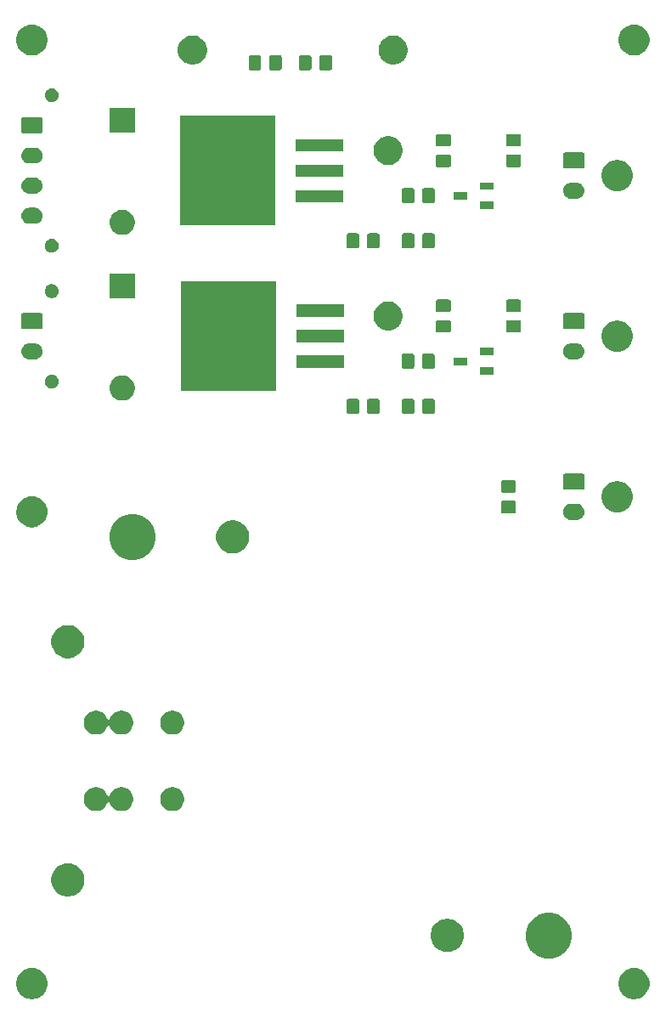
<source format=gbr>
G04 #@! TF.GenerationSoftware,KiCad,Pcbnew,5.1.5-52549c5~84~ubuntu18.04.1*
G04 #@! TF.CreationDate,2020-01-31T16:34:12-06:00*
G04 #@! TF.ProjectId,ContactorDriver,436f6e74-6163-4746-9f72-447269766572,rev?*
G04 #@! TF.SameCoordinates,Original*
G04 #@! TF.FileFunction,Soldermask,Top*
G04 #@! TF.FilePolarity,Negative*
%FSLAX46Y46*%
G04 Gerber Fmt 4.6, Leading zero omitted, Abs format (unit mm)*
G04 Created by KiCad (PCBNEW 5.1.5-52549c5~84~ubuntu18.04.1) date 2020-01-31 16:34:12*
%MOMM*%
%LPD*%
G04 APERTURE LIST*
%ADD10C,0.100000*%
G04 APERTURE END LIST*
D10*
G36*
X227302585Y-163478802D02*
G01*
X227452410Y-163508604D01*
X227734674Y-163625521D01*
X227988705Y-163795259D01*
X228204741Y-164011295D01*
X228374479Y-164265326D01*
X228491396Y-164547590D01*
X228551000Y-164847240D01*
X228551000Y-165152760D01*
X228491396Y-165452410D01*
X228374479Y-165734674D01*
X228204741Y-165988705D01*
X227988705Y-166204741D01*
X227734674Y-166374479D01*
X227452410Y-166491396D01*
X227302585Y-166521198D01*
X227152761Y-166551000D01*
X226847239Y-166551000D01*
X226697415Y-166521198D01*
X226547590Y-166491396D01*
X226265326Y-166374479D01*
X226011295Y-166204741D01*
X225795259Y-165988705D01*
X225625521Y-165734674D01*
X225508604Y-165452410D01*
X225449000Y-165152760D01*
X225449000Y-164847240D01*
X225508604Y-164547590D01*
X225625521Y-164265326D01*
X225795259Y-164011295D01*
X226011295Y-163795259D01*
X226265326Y-163625521D01*
X226547590Y-163508604D01*
X226697415Y-163478802D01*
X226847239Y-163449000D01*
X227152761Y-163449000D01*
X227302585Y-163478802D01*
G37*
G36*
X167302585Y-163478802D02*
G01*
X167452410Y-163508604D01*
X167734674Y-163625521D01*
X167988705Y-163795259D01*
X168204741Y-164011295D01*
X168374479Y-164265326D01*
X168491396Y-164547590D01*
X168551000Y-164847240D01*
X168551000Y-165152760D01*
X168491396Y-165452410D01*
X168374479Y-165734674D01*
X168204741Y-165988705D01*
X167988705Y-166204741D01*
X167734674Y-166374479D01*
X167452410Y-166491396D01*
X167302585Y-166521198D01*
X167152761Y-166551000D01*
X166847239Y-166551000D01*
X166697415Y-166521198D01*
X166547590Y-166491396D01*
X166265326Y-166374479D01*
X166011295Y-166204741D01*
X165795259Y-165988705D01*
X165625521Y-165734674D01*
X165508604Y-165452410D01*
X165449000Y-165152760D01*
X165449000Y-164847240D01*
X165508604Y-164547590D01*
X165625521Y-164265326D01*
X165795259Y-164011295D01*
X166011295Y-163795259D01*
X166265326Y-163625521D01*
X166547590Y-163508604D01*
X166697415Y-163478802D01*
X166847239Y-163449000D01*
X167152761Y-163449000D01*
X167302585Y-163478802D01*
G37*
G36*
X219171304Y-158037002D02*
G01*
X219590139Y-158210489D01*
X219590141Y-158210490D01*
X219779891Y-158337277D01*
X219967082Y-158462354D01*
X220287646Y-158782918D01*
X220412723Y-158970109D01*
X220531285Y-159147549D01*
X220539511Y-159159861D01*
X220712998Y-159578696D01*
X220801440Y-160023327D01*
X220801440Y-160476673D01*
X220712998Y-160921304D01*
X220539511Y-161340139D01*
X220323718Y-161663097D01*
X220287645Y-161717083D01*
X219967083Y-162037645D01*
X219590141Y-162289510D01*
X219590140Y-162289511D01*
X219590139Y-162289511D01*
X219171304Y-162462998D01*
X218726673Y-162551440D01*
X218273327Y-162551440D01*
X217828696Y-162462998D01*
X217409861Y-162289511D01*
X217409860Y-162289511D01*
X217409859Y-162289510D01*
X217032917Y-162037645D01*
X216712355Y-161717083D01*
X216676283Y-161663097D01*
X216460489Y-161340139D01*
X216287002Y-160921304D01*
X216198560Y-160476673D01*
X216198560Y-160023327D01*
X216287002Y-159578696D01*
X216460489Y-159159861D01*
X216468716Y-159147549D01*
X216587277Y-158970109D01*
X216712354Y-158782918D01*
X217032918Y-158462354D01*
X217220109Y-158337277D01*
X217409859Y-158210490D01*
X217409861Y-158210489D01*
X217828696Y-158037002D01*
X218273327Y-157948560D01*
X218726673Y-157948560D01*
X219171304Y-158037002D01*
G37*
G36*
X208775256Y-158591298D02*
G01*
X208881579Y-158612447D01*
X209182042Y-158736903D01*
X209452451Y-158917585D01*
X209682415Y-159147549D01*
X209863097Y-159417958D01*
X209929677Y-159578695D01*
X209987553Y-159718422D01*
X210051000Y-160037389D01*
X210051000Y-160362611D01*
X210028311Y-160476673D01*
X209987553Y-160681579D01*
X209863097Y-160982042D01*
X209682415Y-161252451D01*
X209452451Y-161482415D01*
X209182042Y-161663097D01*
X208881579Y-161787553D01*
X208775256Y-161808702D01*
X208562611Y-161851000D01*
X208237389Y-161851000D01*
X208024744Y-161808702D01*
X207918421Y-161787553D01*
X207617958Y-161663097D01*
X207347549Y-161482415D01*
X207117585Y-161252451D01*
X206936903Y-160982042D01*
X206812447Y-160681579D01*
X206771689Y-160476673D01*
X206749000Y-160362611D01*
X206749000Y-160037389D01*
X206812447Y-159718422D01*
X206870324Y-159578695D01*
X206936903Y-159417958D01*
X207117585Y-159147549D01*
X207347549Y-158917585D01*
X207617958Y-158736903D01*
X207918421Y-158612447D01*
X208024744Y-158591298D01*
X208237389Y-158549000D01*
X208562611Y-158549000D01*
X208775256Y-158591298D01*
G37*
G36*
X170955256Y-153071298D02*
G01*
X171061579Y-153092447D01*
X171362042Y-153216903D01*
X171632451Y-153397585D01*
X171862415Y-153627549D01*
X172043097Y-153897958D01*
X172167553Y-154198421D01*
X172231000Y-154517391D01*
X172231000Y-154842609D01*
X172167553Y-155161579D01*
X172043097Y-155462042D01*
X171862415Y-155732451D01*
X171632451Y-155962415D01*
X171362042Y-156143097D01*
X171061579Y-156267553D01*
X170955256Y-156288702D01*
X170742611Y-156331000D01*
X170417389Y-156331000D01*
X170204744Y-156288702D01*
X170098421Y-156267553D01*
X169797958Y-156143097D01*
X169527549Y-155962415D01*
X169297585Y-155732451D01*
X169116903Y-155462042D01*
X168992447Y-155161579D01*
X168929000Y-154842609D01*
X168929000Y-154517391D01*
X168992447Y-154198421D01*
X169116903Y-153897958D01*
X169297585Y-153627549D01*
X169527549Y-153397585D01*
X169797958Y-153216903D01*
X170098421Y-153092447D01*
X170204744Y-153071298D01*
X170417389Y-153029000D01*
X170742611Y-153029000D01*
X170955256Y-153071298D01*
G37*
G36*
X173728276Y-145471884D02*
G01*
X173945569Y-145561890D01*
X173945571Y-145561891D01*
X174141130Y-145692560D01*
X174307440Y-145858870D01*
X174438110Y-146054431D01*
X174529513Y-146275097D01*
X174534516Y-146291589D01*
X174546067Y-146313199D01*
X174561613Y-146332141D01*
X174580555Y-146347686D01*
X174602165Y-146359237D01*
X174625614Y-146366350D01*
X174650000Y-146368752D01*
X174674387Y-146366350D01*
X174697836Y-146359237D01*
X174719446Y-146347686D01*
X174738388Y-146332140D01*
X174753933Y-146313198D01*
X174765484Y-146291588D01*
X174770486Y-146275098D01*
X174861890Y-146054431D01*
X174992560Y-145858870D01*
X175158870Y-145692560D01*
X175354429Y-145561891D01*
X175354431Y-145561890D01*
X175571724Y-145471884D01*
X175802400Y-145426000D01*
X176037600Y-145426000D01*
X176268276Y-145471884D01*
X176485569Y-145561890D01*
X176485571Y-145561891D01*
X176681130Y-145692560D01*
X176847440Y-145858870D01*
X176978110Y-146054431D01*
X177068116Y-146271724D01*
X177114000Y-146502400D01*
X177114000Y-146737600D01*
X177068116Y-146968276D01*
X176978110Y-147185569D01*
X176978109Y-147185571D01*
X176847440Y-147381130D01*
X176681130Y-147547440D01*
X176485571Y-147678109D01*
X176485570Y-147678110D01*
X176485569Y-147678110D01*
X176268276Y-147768116D01*
X176037600Y-147814000D01*
X175802400Y-147814000D01*
X175571724Y-147768116D01*
X175354431Y-147678110D01*
X175354430Y-147678110D01*
X175354429Y-147678109D01*
X175158870Y-147547440D01*
X174992560Y-147381130D01*
X174861891Y-147185571D01*
X174771885Y-146968277D01*
X174770487Y-146964903D01*
X174765484Y-146948411D01*
X174753933Y-146926801D01*
X174738387Y-146907859D01*
X174719445Y-146892314D01*
X174697835Y-146880763D01*
X174674386Y-146873650D01*
X174650000Y-146871248D01*
X174625613Y-146873650D01*
X174602164Y-146880763D01*
X174580554Y-146892314D01*
X174561612Y-146907860D01*
X174546067Y-146926802D01*
X174534516Y-146948412D01*
X174529514Y-146964902D01*
X174438110Y-147185569D01*
X174438109Y-147185571D01*
X174307440Y-147381130D01*
X174141130Y-147547440D01*
X173945571Y-147678109D01*
X173945570Y-147678110D01*
X173945569Y-147678110D01*
X173728276Y-147768116D01*
X173497600Y-147814000D01*
X173262400Y-147814000D01*
X173031724Y-147768116D01*
X172814431Y-147678110D01*
X172814430Y-147678110D01*
X172814429Y-147678109D01*
X172618870Y-147547440D01*
X172452560Y-147381130D01*
X172321891Y-147185571D01*
X172321890Y-147185569D01*
X172231884Y-146968276D01*
X172186000Y-146737600D01*
X172186000Y-146502400D01*
X172231884Y-146271724D01*
X172321890Y-146054431D01*
X172452560Y-145858870D01*
X172618870Y-145692560D01*
X172814429Y-145561891D01*
X172814431Y-145561890D01*
X173031724Y-145471884D01*
X173262400Y-145426000D01*
X173497600Y-145426000D01*
X173728276Y-145471884D01*
G37*
G36*
X181348276Y-145471884D02*
G01*
X181565569Y-145561890D01*
X181565571Y-145561891D01*
X181761130Y-145692560D01*
X181927440Y-145858870D01*
X182058110Y-146054431D01*
X182148116Y-146271724D01*
X182194000Y-146502400D01*
X182194000Y-146737600D01*
X182148116Y-146968276D01*
X182058110Y-147185569D01*
X182058109Y-147185571D01*
X181927440Y-147381130D01*
X181761130Y-147547440D01*
X181565571Y-147678109D01*
X181565570Y-147678110D01*
X181565569Y-147678110D01*
X181348276Y-147768116D01*
X181117600Y-147814000D01*
X180882400Y-147814000D01*
X180651724Y-147768116D01*
X180434431Y-147678110D01*
X180434430Y-147678110D01*
X180434429Y-147678109D01*
X180238870Y-147547440D01*
X180072560Y-147381130D01*
X179941891Y-147185571D01*
X179941890Y-147185569D01*
X179851884Y-146968276D01*
X179806000Y-146737600D01*
X179806000Y-146502400D01*
X179851884Y-146271724D01*
X179941890Y-146054431D01*
X180072560Y-145858870D01*
X180238870Y-145692560D01*
X180434429Y-145561891D01*
X180434431Y-145561890D01*
X180651724Y-145471884D01*
X180882400Y-145426000D01*
X181117600Y-145426000D01*
X181348276Y-145471884D01*
G37*
G36*
X181348276Y-137851884D02*
G01*
X181565569Y-137941890D01*
X181565571Y-137941891D01*
X181761130Y-138072560D01*
X181927440Y-138238870D01*
X182058110Y-138434431D01*
X182148116Y-138651724D01*
X182194000Y-138882400D01*
X182194000Y-139117600D01*
X182148116Y-139348276D01*
X182058110Y-139565569D01*
X182058109Y-139565571D01*
X181927440Y-139761130D01*
X181761130Y-139927440D01*
X181565571Y-140058109D01*
X181565570Y-140058110D01*
X181565569Y-140058110D01*
X181348276Y-140148116D01*
X181117600Y-140194000D01*
X180882400Y-140194000D01*
X180651724Y-140148116D01*
X180434431Y-140058110D01*
X180434430Y-140058110D01*
X180434429Y-140058109D01*
X180238870Y-139927440D01*
X180072560Y-139761130D01*
X179941891Y-139565571D01*
X179941890Y-139565569D01*
X179851884Y-139348276D01*
X179806000Y-139117600D01*
X179806000Y-138882400D01*
X179851884Y-138651724D01*
X179941890Y-138434431D01*
X180072560Y-138238870D01*
X180238870Y-138072560D01*
X180434429Y-137941891D01*
X180434431Y-137941890D01*
X180651724Y-137851884D01*
X180882400Y-137806000D01*
X181117600Y-137806000D01*
X181348276Y-137851884D01*
G37*
G36*
X173728276Y-137851884D02*
G01*
X173945569Y-137941890D01*
X173945571Y-137941891D01*
X174141130Y-138072560D01*
X174307440Y-138238870D01*
X174438110Y-138434431D01*
X174529513Y-138655097D01*
X174534516Y-138671589D01*
X174546067Y-138693199D01*
X174561613Y-138712141D01*
X174580555Y-138727686D01*
X174602165Y-138739237D01*
X174625614Y-138746350D01*
X174650000Y-138748752D01*
X174674387Y-138746350D01*
X174697836Y-138739237D01*
X174719446Y-138727686D01*
X174738388Y-138712140D01*
X174753933Y-138693198D01*
X174765484Y-138671588D01*
X174770486Y-138655098D01*
X174861890Y-138434431D01*
X174992560Y-138238870D01*
X175158870Y-138072560D01*
X175354429Y-137941891D01*
X175354431Y-137941890D01*
X175571724Y-137851884D01*
X175802400Y-137806000D01*
X176037600Y-137806000D01*
X176268276Y-137851884D01*
X176485569Y-137941890D01*
X176485571Y-137941891D01*
X176681130Y-138072560D01*
X176847440Y-138238870D01*
X176978110Y-138434431D01*
X177068116Y-138651724D01*
X177114000Y-138882400D01*
X177114000Y-139117600D01*
X177068116Y-139348276D01*
X176978110Y-139565569D01*
X176978109Y-139565571D01*
X176847440Y-139761130D01*
X176681130Y-139927440D01*
X176485571Y-140058109D01*
X176485570Y-140058110D01*
X176485569Y-140058110D01*
X176268276Y-140148116D01*
X176037600Y-140194000D01*
X175802400Y-140194000D01*
X175571724Y-140148116D01*
X175354431Y-140058110D01*
X175354430Y-140058110D01*
X175354429Y-140058109D01*
X175158870Y-139927440D01*
X174992560Y-139761130D01*
X174861891Y-139565571D01*
X174771885Y-139348277D01*
X174770487Y-139344903D01*
X174765484Y-139328411D01*
X174753933Y-139306801D01*
X174738387Y-139287859D01*
X174719445Y-139272314D01*
X174697835Y-139260763D01*
X174674386Y-139253650D01*
X174650000Y-139251248D01*
X174625613Y-139253650D01*
X174602164Y-139260763D01*
X174580554Y-139272314D01*
X174561612Y-139287860D01*
X174546067Y-139306802D01*
X174534516Y-139328412D01*
X174529514Y-139344902D01*
X174438110Y-139565569D01*
X174438109Y-139565571D01*
X174307440Y-139761130D01*
X174141130Y-139927440D01*
X173945571Y-140058109D01*
X173945570Y-140058110D01*
X173945569Y-140058110D01*
X173728276Y-140148116D01*
X173497600Y-140194000D01*
X173262400Y-140194000D01*
X173031724Y-140148116D01*
X172814431Y-140058110D01*
X172814430Y-140058110D01*
X172814429Y-140058109D01*
X172618870Y-139927440D01*
X172452560Y-139761130D01*
X172321891Y-139565571D01*
X172321890Y-139565569D01*
X172231884Y-139348276D01*
X172186000Y-139117600D01*
X172186000Y-138882400D01*
X172231884Y-138651724D01*
X172321890Y-138434431D01*
X172452560Y-138238870D01*
X172618870Y-138072560D01*
X172814429Y-137941891D01*
X172814431Y-137941890D01*
X173031724Y-137851884D01*
X173262400Y-137806000D01*
X173497600Y-137806000D01*
X173728276Y-137851884D01*
G37*
G36*
X170955256Y-129331298D02*
G01*
X171061579Y-129352447D01*
X171362042Y-129476903D01*
X171632451Y-129657585D01*
X171862415Y-129887549D01*
X172043097Y-130157958D01*
X172167553Y-130458421D01*
X172231000Y-130777391D01*
X172231000Y-131102609D01*
X172167553Y-131421579D01*
X172043097Y-131722042D01*
X171862415Y-131992451D01*
X171632451Y-132222415D01*
X171362042Y-132403097D01*
X171061579Y-132527553D01*
X170955256Y-132548702D01*
X170742611Y-132591000D01*
X170417389Y-132591000D01*
X170204744Y-132548702D01*
X170098421Y-132527553D01*
X169797958Y-132403097D01*
X169527549Y-132222415D01*
X169297585Y-131992451D01*
X169116903Y-131722042D01*
X168992447Y-131421579D01*
X168929000Y-131102609D01*
X168929000Y-130777391D01*
X168992447Y-130458421D01*
X169116903Y-130157958D01*
X169297585Y-129887549D01*
X169527549Y-129657585D01*
X169797958Y-129476903D01*
X170098421Y-129352447D01*
X170204744Y-129331298D01*
X170417389Y-129289000D01*
X170742611Y-129289000D01*
X170955256Y-129331298D01*
G37*
G36*
X177671304Y-118287002D02*
G01*
X178090139Y-118460489D01*
X178090141Y-118460490D01*
X178252736Y-118569133D01*
X178467082Y-118712354D01*
X178787646Y-119032918D01*
X179039511Y-119409861D01*
X179212998Y-119828696D01*
X179301440Y-120273327D01*
X179301440Y-120726673D01*
X179212998Y-121171304D01*
X179039511Y-121590139D01*
X178790309Y-121963097D01*
X178787645Y-121967083D01*
X178467083Y-122287645D01*
X178090141Y-122539510D01*
X178090140Y-122539511D01*
X178090139Y-122539511D01*
X177671304Y-122712998D01*
X177226673Y-122801440D01*
X176773327Y-122801440D01*
X176328696Y-122712998D01*
X175909861Y-122539511D01*
X175909860Y-122539511D01*
X175909859Y-122539510D01*
X175532917Y-122287645D01*
X175212355Y-121967083D01*
X175209692Y-121963097D01*
X174960489Y-121590139D01*
X174787002Y-121171304D01*
X174698560Y-120726673D01*
X174698560Y-120273327D01*
X174787002Y-119828696D01*
X174960489Y-119409861D01*
X175212354Y-119032918D01*
X175532918Y-118712354D01*
X175747264Y-118569133D01*
X175909859Y-118460490D01*
X175909861Y-118460489D01*
X176328696Y-118287002D01*
X176773327Y-118198560D01*
X177226673Y-118198560D01*
X177671304Y-118287002D01*
G37*
G36*
X187375256Y-118891298D02*
G01*
X187481579Y-118912447D01*
X187665679Y-118988704D01*
X187772422Y-119032918D01*
X187782042Y-119036903D01*
X188052451Y-119217585D01*
X188282415Y-119447549D01*
X188463097Y-119717958D01*
X188587553Y-120018421D01*
X188651000Y-120337391D01*
X188651000Y-120662609D01*
X188587553Y-120981579D01*
X188463097Y-121282042D01*
X188282415Y-121552451D01*
X188052451Y-121782415D01*
X187782042Y-121963097D01*
X187782041Y-121963098D01*
X187782040Y-121963098D01*
X187772419Y-121967083D01*
X187481579Y-122087553D01*
X187375256Y-122108702D01*
X187162611Y-122151000D01*
X186837389Y-122151000D01*
X186624744Y-122108702D01*
X186518421Y-122087553D01*
X186227581Y-121967083D01*
X186217960Y-121963098D01*
X186217959Y-121963098D01*
X186217958Y-121963097D01*
X185947549Y-121782415D01*
X185717585Y-121552451D01*
X185536903Y-121282042D01*
X185412447Y-120981579D01*
X185349000Y-120662609D01*
X185349000Y-120337391D01*
X185412447Y-120018421D01*
X185536903Y-119717958D01*
X185717585Y-119447549D01*
X185947549Y-119217585D01*
X186217958Y-119036903D01*
X186227579Y-119032918D01*
X186334321Y-118988704D01*
X186518421Y-118912447D01*
X186624744Y-118891298D01*
X186837389Y-118849000D01*
X187162611Y-118849000D01*
X187375256Y-118891298D01*
G37*
G36*
X167302585Y-116478802D02*
G01*
X167452410Y-116508604D01*
X167734674Y-116625521D01*
X167988705Y-116795259D01*
X168204741Y-117011295D01*
X168374479Y-117265326D01*
X168491396Y-117547590D01*
X168521198Y-117697415D01*
X168551000Y-117847239D01*
X168551000Y-118152761D01*
X168550152Y-118157023D01*
X168491396Y-118452410D01*
X168374479Y-118734674D01*
X168204741Y-118988705D01*
X167988705Y-119204741D01*
X167734674Y-119374479D01*
X167452410Y-119491396D01*
X167302585Y-119521198D01*
X167152761Y-119551000D01*
X166847239Y-119551000D01*
X166697415Y-119521198D01*
X166547590Y-119491396D01*
X166265326Y-119374479D01*
X166011295Y-119204741D01*
X165795259Y-118988705D01*
X165625521Y-118734674D01*
X165508604Y-118452410D01*
X165449848Y-118157023D01*
X165449000Y-118152761D01*
X165449000Y-117847239D01*
X165478802Y-117697415D01*
X165508604Y-117547590D01*
X165625521Y-117265326D01*
X165795259Y-117011295D01*
X166011295Y-116795259D01*
X166265326Y-116625521D01*
X166547590Y-116508604D01*
X166697415Y-116478802D01*
X166847239Y-116449000D01*
X167152761Y-116449000D01*
X167302585Y-116478802D01*
G37*
G36*
X221338571Y-117202863D02*
G01*
X221417023Y-117210590D01*
X221496417Y-117234674D01*
X221568013Y-117256392D01*
X221707165Y-117330771D01*
X221829133Y-117430867D01*
X221929229Y-117552835D01*
X222003608Y-117691987D01*
X222007477Y-117704741D01*
X222049410Y-117842977D01*
X222064875Y-118000000D01*
X222049410Y-118157023D01*
X222036810Y-118198560D01*
X222003608Y-118308013D01*
X221929229Y-118447165D01*
X221829133Y-118569133D01*
X221707165Y-118669229D01*
X221568013Y-118743608D01*
X221517682Y-118758875D01*
X221417023Y-118789410D01*
X221338571Y-118797137D01*
X221299346Y-118801000D01*
X220700654Y-118801000D01*
X220661429Y-118797137D01*
X220582977Y-118789410D01*
X220482318Y-118758875D01*
X220431987Y-118743608D01*
X220292835Y-118669229D01*
X220170867Y-118569133D01*
X220070771Y-118447165D01*
X219996392Y-118308013D01*
X219963190Y-118198560D01*
X219950590Y-118157023D01*
X219935125Y-118000000D01*
X219950590Y-117842977D01*
X219992523Y-117704741D01*
X219996392Y-117691987D01*
X220070771Y-117552835D01*
X220170867Y-117430867D01*
X220292835Y-117330771D01*
X220431987Y-117256392D01*
X220503583Y-117234674D01*
X220582977Y-117210590D01*
X220661429Y-117202863D01*
X220700654Y-117199000D01*
X221299346Y-117199000D01*
X221338571Y-117202863D01*
G37*
G36*
X215088674Y-116903465D02*
G01*
X215126367Y-116914899D01*
X215161103Y-116933466D01*
X215191548Y-116958452D01*
X215216534Y-116988897D01*
X215235101Y-117023633D01*
X215246535Y-117061326D01*
X215251000Y-117106661D01*
X215251000Y-117943339D01*
X215246535Y-117988674D01*
X215235101Y-118026367D01*
X215216534Y-118061103D01*
X215191548Y-118091548D01*
X215161103Y-118116534D01*
X215126367Y-118135101D01*
X215088674Y-118146535D01*
X215043339Y-118151000D01*
X213956661Y-118151000D01*
X213911326Y-118146535D01*
X213873633Y-118135101D01*
X213838897Y-118116534D01*
X213808452Y-118091548D01*
X213783466Y-118061103D01*
X213764899Y-118026367D01*
X213753465Y-117988674D01*
X213749000Y-117943339D01*
X213749000Y-117106661D01*
X213753465Y-117061326D01*
X213764899Y-117023633D01*
X213783466Y-116988897D01*
X213808452Y-116958452D01*
X213838897Y-116933466D01*
X213873633Y-116914899D01*
X213911326Y-116903465D01*
X213956661Y-116899000D01*
X215043339Y-116899000D01*
X215088674Y-116903465D01*
G37*
G36*
X225596599Y-114973633D02*
G01*
X225772410Y-115008604D01*
X226054674Y-115125521D01*
X226308705Y-115295259D01*
X226524741Y-115511295D01*
X226694479Y-115765326D01*
X226811396Y-116047590D01*
X226871000Y-116347240D01*
X226871000Y-116652760D01*
X226811396Y-116952410D01*
X226694479Y-117234674D01*
X226524741Y-117488705D01*
X226308705Y-117704741D01*
X226054674Y-117874479D01*
X225772410Y-117991396D01*
X225622585Y-118021198D01*
X225472761Y-118051000D01*
X225167239Y-118051000D01*
X225017415Y-118021198D01*
X224867590Y-117991396D01*
X224585326Y-117874479D01*
X224331295Y-117704741D01*
X224115259Y-117488705D01*
X223945521Y-117234674D01*
X223828604Y-116952410D01*
X223769000Y-116652760D01*
X223769000Y-116347240D01*
X223828604Y-116047590D01*
X223945521Y-115765326D01*
X224115259Y-115511295D01*
X224331295Y-115295259D01*
X224585326Y-115125521D01*
X224867590Y-115008604D01*
X225043401Y-114973633D01*
X225167239Y-114949000D01*
X225472761Y-114949000D01*
X225596599Y-114973633D01*
G37*
G36*
X215088674Y-114853465D02*
G01*
X215126367Y-114864899D01*
X215161103Y-114883466D01*
X215191548Y-114908452D01*
X215216534Y-114938897D01*
X215235101Y-114973633D01*
X215246535Y-115011326D01*
X215251000Y-115056661D01*
X215251000Y-115893339D01*
X215246535Y-115938674D01*
X215235101Y-115976367D01*
X215216534Y-116011103D01*
X215191548Y-116041548D01*
X215161103Y-116066534D01*
X215126367Y-116085101D01*
X215088674Y-116096535D01*
X215043339Y-116101000D01*
X213956661Y-116101000D01*
X213911326Y-116096535D01*
X213873633Y-116085101D01*
X213838897Y-116066534D01*
X213808452Y-116041548D01*
X213783466Y-116011103D01*
X213764899Y-115976367D01*
X213753465Y-115938674D01*
X213749000Y-115893339D01*
X213749000Y-115056661D01*
X213753465Y-115011326D01*
X213764899Y-114973633D01*
X213783466Y-114938897D01*
X213808452Y-114908452D01*
X213838897Y-114883466D01*
X213873633Y-114864899D01*
X213911326Y-114853465D01*
X213956661Y-114849000D01*
X215043339Y-114849000D01*
X215088674Y-114853465D01*
G37*
G36*
X221913048Y-114203122D02*
G01*
X221947387Y-114213539D01*
X221979036Y-114230456D01*
X222006778Y-114253222D01*
X222029544Y-114280964D01*
X222046461Y-114312613D01*
X222056878Y-114346952D01*
X222061000Y-114388807D01*
X222061000Y-115611193D01*
X222056878Y-115653048D01*
X222046461Y-115687387D01*
X222029544Y-115719036D01*
X222006778Y-115746778D01*
X221979036Y-115769544D01*
X221947387Y-115786461D01*
X221913048Y-115796878D01*
X221871193Y-115801000D01*
X220128807Y-115801000D01*
X220086952Y-115796878D01*
X220052613Y-115786461D01*
X220020964Y-115769544D01*
X219993222Y-115746778D01*
X219970456Y-115719036D01*
X219953539Y-115687387D01*
X219943122Y-115653048D01*
X219939000Y-115611193D01*
X219939000Y-114388807D01*
X219943122Y-114346952D01*
X219953539Y-114312613D01*
X219970456Y-114280964D01*
X219993222Y-114253222D01*
X220020964Y-114230456D01*
X220052613Y-114213539D01*
X220086952Y-114203122D01*
X220128807Y-114199000D01*
X221871193Y-114199000D01*
X221913048Y-114203122D01*
G37*
G36*
X204938674Y-106753465D02*
G01*
X204976367Y-106764899D01*
X205011103Y-106783466D01*
X205041548Y-106808452D01*
X205066534Y-106838897D01*
X205085101Y-106873633D01*
X205096535Y-106911326D01*
X205101000Y-106956661D01*
X205101000Y-108043339D01*
X205096535Y-108088674D01*
X205085101Y-108126367D01*
X205066534Y-108161103D01*
X205041548Y-108191548D01*
X205011103Y-108216534D01*
X204976367Y-108235101D01*
X204938674Y-108246535D01*
X204893339Y-108251000D01*
X204056661Y-108251000D01*
X204011326Y-108246535D01*
X203973633Y-108235101D01*
X203938897Y-108216534D01*
X203908452Y-108191548D01*
X203883466Y-108161103D01*
X203864899Y-108126367D01*
X203853465Y-108088674D01*
X203849000Y-108043339D01*
X203849000Y-106956661D01*
X203853465Y-106911326D01*
X203864899Y-106873633D01*
X203883466Y-106838897D01*
X203908452Y-106808452D01*
X203938897Y-106783466D01*
X203973633Y-106764899D01*
X204011326Y-106753465D01*
X204056661Y-106749000D01*
X204893339Y-106749000D01*
X204938674Y-106753465D01*
G37*
G36*
X206988674Y-106753465D02*
G01*
X207026367Y-106764899D01*
X207061103Y-106783466D01*
X207091548Y-106808452D01*
X207116534Y-106838897D01*
X207135101Y-106873633D01*
X207146535Y-106911326D01*
X207151000Y-106956661D01*
X207151000Y-108043339D01*
X207146535Y-108088674D01*
X207135101Y-108126367D01*
X207116534Y-108161103D01*
X207091548Y-108191548D01*
X207061103Y-108216534D01*
X207026367Y-108235101D01*
X206988674Y-108246535D01*
X206943339Y-108251000D01*
X206106661Y-108251000D01*
X206061326Y-108246535D01*
X206023633Y-108235101D01*
X205988897Y-108216534D01*
X205958452Y-108191548D01*
X205933466Y-108161103D01*
X205914899Y-108126367D01*
X205903465Y-108088674D01*
X205899000Y-108043339D01*
X205899000Y-106956661D01*
X205903465Y-106911326D01*
X205914899Y-106873633D01*
X205933466Y-106838897D01*
X205958452Y-106808452D01*
X205988897Y-106783466D01*
X206023633Y-106764899D01*
X206061326Y-106753465D01*
X206106661Y-106749000D01*
X206943339Y-106749000D01*
X206988674Y-106753465D01*
G37*
G36*
X201488674Y-106753465D02*
G01*
X201526367Y-106764899D01*
X201561103Y-106783466D01*
X201591548Y-106808452D01*
X201616534Y-106838897D01*
X201635101Y-106873633D01*
X201646535Y-106911326D01*
X201651000Y-106956661D01*
X201651000Y-108043339D01*
X201646535Y-108088674D01*
X201635101Y-108126367D01*
X201616534Y-108161103D01*
X201591548Y-108191548D01*
X201561103Y-108216534D01*
X201526367Y-108235101D01*
X201488674Y-108246535D01*
X201443339Y-108251000D01*
X200606661Y-108251000D01*
X200561326Y-108246535D01*
X200523633Y-108235101D01*
X200488897Y-108216534D01*
X200458452Y-108191548D01*
X200433466Y-108161103D01*
X200414899Y-108126367D01*
X200403465Y-108088674D01*
X200399000Y-108043339D01*
X200399000Y-106956661D01*
X200403465Y-106911326D01*
X200414899Y-106873633D01*
X200433466Y-106838897D01*
X200458452Y-106808452D01*
X200488897Y-106783466D01*
X200523633Y-106764899D01*
X200561326Y-106753465D01*
X200606661Y-106749000D01*
X201443339Y-106749000D01*
X201488674Y-106753465D01*
G37*
G36*
X199438674Y-106753465D02*
G01*
X199476367Y-106764899D01*
X199511103Y-106783466D01*
X199541548Y-106808452D01*
X199566534Y-106838897D01*
X199585101Y-106873633D01*
X199596535Y-106911326D01*
X199601000Y-106956661D01*
X199601000Y-108043339D01*
X199596535Y-108088674D01*
X199585101Y-108126367D01*
X199566534Y-108161103D01*
X199541548Y-108191548D01*
X199511103Y-108216534D01*
X199476367Y-108235101D01*
X199438674Y-108246535D01*
X199393339Y-108251000D01*
X198556661Y-108251000D01*
X198511326Y-108246535D01*
X198473633Y-108235101D01*
X198438897Y-108216534D01*
X198408452Y-108191548D01*
X198383466Y-108161103D01*
X198364899Y-108126367D01*
X198353465Y-108088674D01*
X198349000Y-108043339D01*
X198349000Y-106956661D01*
X198353465Y-106911326D01*
X198364899Y-106873633D01*
X198383466Y-106838897D01*
X198408452Y-106808452D01*
X198438897Y-106783466D01*
X198473633Y-106764899D01*
X198511326Y-106753465D01*
X198556661Y-106749000D01*
X199393339Y-106749000D01*
X199438674Y-106753465D01*
G37*
G36*
X176364903Y-104457075D02*
G01*
X176592571Y-104551378D01*
X176797466Y-104688285D01*
X176971715Y-104862534D01*
X177108622Y-105067429D01*
X177108623Y-105067431D01*
X177108679Y-105067566D01*
X177202925Y-105295097D01*
X177251000Y-105536787D01*
X177251000Y-105783213D01*
X177202925Y-106024903D01*
X177108622Y-106252571D01*
X176971715Y-106457466D01*
X176797466Y-106631715D01*
X176592571Y-106768622D01*
X176592570Y-106768623D01*
X176592569Y-106768623D01*
X176364903Y-106862925D01*
X176123214Y-106911000D01*
X175876786Y-106911000D01*
X175635097Y-106862925D01*
X175407431Y-106768623D01*
X175407430Y-106768623D01*
X175407429Y-106768622D01*
X175202534Y-106631715D01*
X175028285Y-106457466D01*
X174891378Y-106252571D01*
X174797075Y-106024903D01*
X174749000Y-105783213D01*
X174749000Y-105536787D01*
X174797075Y-105295097D01*
X174891321Y-105067566D01*
X174891377Y-105067431D01*
X174891378Y-105067429D01*
X175028285Y-104862534D01*
X175202534Y-104688285D01*
X175407429Y-104551378D01*
X175635097Y-104457075D01*
X175876786Y-104409000D01*
X176123214Y-104409000D01*
X176364903Y-104457075D01*
G37*
G36*
X191326000Y-105951000D02*
G01*
X181824000Y-105951000D01*
X181824000Y-95049000D01*
X191326000Y-95049000D01*
X191326000Y-105951000D01*
G37*
G36*
X169160098Y-104340362D02*
G01*
X169284941Y-104392074D01*
X169284943Y-104392075D01*
X169310273Y-104409000D01*
X169397299Y-104467149D01*
X169492851Y-104562701D01*
X169567926Y-104675059D01*
X169619638Y-104799902D01*
X169646000Y-104932434D01*
X169646000Y-105067566D01*
X169619638Y-105200098D01*
X169580288Y-105295097D01*
X169567925Y-105324943D01*
X169492851Y-105437299D01*
X169397299Y-105532851D01*
X169284943Y-105607925D01*
X169284942Y-105607926D01*
X169284941Y-105607926D01*
X169160098Y-105659638D01*
X169027566Y-105686000D01*
X168892434Y-105686000D01*
X168759902Y-105659638D01*
X168635059Y-105607926D01*
X168635058Y-105607926D01*
X168635057Y-105607925D01*
X168522701Y-105532851D01*
X168427149Y-105437299D01*
X168352075Y-105324943D01*
X168339712Y-105295097D01*
X168300362Y-105200098D01*
X168274000Y-105067566D01*
X168274000Y-104932434D01*
X168300362Y-104799902D01*
X168352074Y-104675059D01*
X168427149Y-104562701D01*
X168522701Y-104467149D01*
X168609727Y-104409000D01*
X168635057Y-104392075D01*
X168635059Y-104392074D01*
X168759902Y-104340362D01*
X168892434Y-104314000D01*
X169027566Y-104314000D01*
X169160098Y-104340362D01*
G37*
G36*
X212971000Y-104326000D02*
G01*
X211649000Y-104326000D01*
X211649000Y-103574000D01*
X212971000Y-103574000D01*
X212971000Y-104326000D01*
G37*
G36*
X204938674Y-102253465D02*
G01*
X204976367Y-102264899D01*
X205011103Y-102283466D01*
X205041548Y-102308452D01*
X205066534Y-102338897D01*
X205085101Y-102373633D01*
X205096535Y-102411326D01*
X205101000Y-102456661D01*
X205101000Y-103543339D01*
X205096535Y-103588674D01*
X205085101Y-103626367D01*
X205066534Y-103661103D01*
X205041548Y-103691548D01*
X205011103Y-103716534D01*
X204976367Y-103735101D01*
X204938674Y-103746535D01*
X204893339Y-103751000D01*
X204056661Y-103751000D01*
X204011326Y-103746535D01*
X203973633Y-103735101D01*
X203938897Y-103716534D01*
X203908452Y-103691548D01*
X203883466Y-103661103D01*
X203864899Y-103626367D01*
X203853465Y-103588674D01*
X203849000Y-103543339D01*
X203849000Y-102456661D01*
X203853465Y-102411326D01*
X203864899Y-102373633D01*
X203883466Y-102338897D01*
X203908452Y-102308452D01*
X203938897Y-102283466D01*
X203973633Y-102264899D01*
X204011326Y-102253465D01*
X204056661Y-102249000D01*
X204893339Y-102249000D01*
X204938674Y-102253465D01*
G37*
G36*
X206988674Y-102253465D02*
G01*
X207026367Y-102264899D01*
X207061103Y-102283466D01*
X207091548Y-102308452D01*
X207116534Y-102338897D01*
X207135101Y-102373633D01*
X207146535Y-102411326D01*
X207151000Y-102456661D01*
X207151000Y-103543339D01*
X207146535Y-103588674D01*
X207135101Y-103626367D01*
X207116534Y-103661103D01*
X207091548Y-103691548D01*
X207061103Y-103716534D01*
X207026367Y-103735101D01*
X206988674Y-103746535D01*
X206943339Y-103751000D01*
X206106661Y-103751000D01*
X206061326Y-103746535D01*
X206023633Y-103735101D01*
X205988897Y-103716534D01*
X205958452Y-103691548D01*
X205933466Y-103661103D01*
X205914899Y-103626367D01*
X205903465Y-103588674D01*
X205899000Y-103543339D01*
X205899000Y-102456661D01*
X205903465Y-102411326D01*
X205914899Y-102373633D01*
X205933466Y-102338897D01*
X205958452Y-102308452D01*
X205988897Y-102283466D01*
X206023633Y-102264899D01*
X206061326Y-102253465D01*
X206106661Y-102249000D01*
X206943339Y-102249000D01*
X206988674Y-102253465D01*
G37*
G36*
X198076000Y-103641000D02*
G01*
X193374000Y-103641000D01*
X193374000Y-102439000D01*
X198076000Y-102439000D01*
X198076000Y-103641000D01*
G37*
G36*
X210351000Y-103376000D02*
G01*
X209029000Y-103376000D01*
X209029000Y-102624000D01*
X210351000Y-102624000D01*
X210351000Y-103376000D01*
G37*
G36*
X167338571Y-101202863D02*
G01*
X167417023Y-101210590D01*
X167496417Y-101234674D01*
X167568013Y-101256392D01*
X167707165Y-101330771D01*
X167829133Y-101430867D01*
X167929229Y-101552835D01*
X168003608Y-101691987D01*
X168007477Y-101704741D01*
X168049410Y-101842977D01*
X168064875Y-102000000D01*
X168049410Y-102157023D01*
X168021509Y-102249000D01*
X168003608Y-102308013D01*
X167929229Y-102447165D01*
X167829133Y-102569133D01*
X167707165Y-102669229D01*
X167568013Y-102743608D01*
X167517682Y-102758875D01*
X167417023Y-102789410D01*
X167338571Y-102797137D01*
X167299346Y-102801000D01*
X166700654Y-102801000D01*
X166661429Y-102797137D01*
X166582977Y-102789410D01*
X166482318Y-102758875D01*
X166431987Y-102743608D01*
X166292835Y-102669229D01*
X166170867Y-102569133D01*
X166070771Y-102447165D01*
X165996392Y-102308013D01*
X165978491Y-102249000D01*
X165950590Y-102157023D01*
X165935125Y-102000000D01*
X165950590Y-101842977D01*
X165992523Y-101704741D01*
X165996392Y-101691987D01*
X166070771Y-101552835D01*
X166170867Y-101430867D01*
X166292835Y-101330771D01*
X166431987Y-101256392D01*
X166503583Y-101234674D01*
X166582977Y-101210590D01*
X166661429Y-101202863D01*
X166700654Y-101199000D01*
X167299346Y-101199000D01*
X167338571Y-101202863D01*
G37*
G36*
X221338571Y-101202863D02*
G01*
X221417023Y-101210590D01*
X221496417Y-101234674D01*
X221568013Y-101256392D01*
X221707165Y-101330771D01*
X221829133Y-101430867D01*
X221929229Y-101552835D01*
X222003608Y-101691987D01*
X222007477Y-101704741D01*
X222049410Y-101842977D01*
X222064875Y-102000000D01*
X222049410Y-102157023D01*
X222021509Y-102249000D01*
X222003608Y-102308013D01*
X221929229Y-102447165D01*
X221829133Y-102569133D01*
X221707165Y-102669229D01*
X221568013Y-102743608D01*
X221517682Y-102758875D01*
X221417023Y-102789410D01*
X221338571Y-102797137D01*
X221299346Y-102801000D01*
X220700654Y-102801000D01*
X220661429Y-102797137D01*
X220582977Y-102789410D01*
X220482318Y-102758875D01*
X220431987Y-102743608D01*
X220292835Y-102669229D01*
X220170867Y-102569133D01*
X220070771Y-102447165D01*
X219996392Y-102308013D01*
X219978491Y-102249000D01*
X219950590Y-102157023D01*
X219935125Y-102000000D01*
X219950590Y-101842977D01*
X219992523Y-101704741D01*
X219996392Y-101691987D01*
X220070771Y-101552835D01*
X220170867Y-101430867D01*
X220292835Y-101330771D01*
X220431987Y-101256392D01*
X220503583Y-101234674D01*
X220582977Y-101210590D01*
X220661429Y-101202863D01*
X220700654Y-101199000D01*
X221299346Y-101199000D01*
X221338571Y-101202863D01*
G37*
G36*
X212971000Y-102426000D02*
G01*
X211649000Y-102426000D01*
X211649000Y-101674000D01*
X212971000Y-101674000D01*
X212971000Y-102426000D01*
G37*
G36*
X225622163Y-98978718D02*
G01*
X225772410Y-99008604D01*
X226054674Y-99125521D01*
X226308705Y-99295259D01*
X226524741Y-99511295D01*
X226694479Y-99765326D01*
X226811396Y-100047590D01*
X226871000Y-100347240D01*
X226871000Y-100652760D01*
X226811396Y-100952410D01*
X226694479Y-101234674D01*
X226524741Y-101488705D01*
X226308705Y-101704741D01*
X226054674Y-101874479D01*
X225772410Y-101991396D01*
X225622585Y-102021198D01*
X225472761Y-102051000D01*
X225167239Y-102051000D01*
X225017415Y-102021198D01*
X224867590Y-101991396D01*
X224585326Y-101874479D01*
X224331295Y-101704741D01*
X224115259Y-101488705D01*
X223945521Y-101234674D01*
X223828604Y-100952410D01*
X223769000Y-100652760D01*
X223769000Y-100347240D01*
X223828604Y-100047590D01*
X223945521Y-99765326D01*
X224115259Y-99511295D01*
X224331295Y-99295259D01*
X224585326Y-99125521D01*
X224867590Y-99008604D01*
X225017837Y-98978718D01*
X225167239Y-98949000D01*
X225472761Y-98949000D01*
X225622163Y-98978718D01*
G37*
G36*
X198076000Y-101101000D02*
G01*
X193374000Y-101101000D01*
X193374000Y-99899000D01*
X198076000Y-99899000D01*
X198076000Y-101101000D01*
G37*
G36*
X215588674Y-98903465D02*
G01*
X215626367Y-98914899D01*
X215661103Y-98933466D01*
X215691548Y-98958452D01*
X215716534Y-98988897D01*
X215735101Y-99023633D01*
X215746535Y-99061326D01*
X215751000Y-99106661D01*
X215751000Y-99943339D01*
X215746535Y-99988674D01*
X215735101Y-100026367D01*
X215716534Y-100061103D01*
X215691548Y-100091548D01*
X215661103Y-100116534D01*
X215626367Y-100135101D01*
X215588674Y-100146535D01*
X215543339Y-100151000D01*
X214456661Y-100151000D01*
X214411326Y-100146535D01*
X214373633Y-100135101D01*
X214338897Y-100116534D01*
X214308452Y-100091548D01*
X214283466Y-100061103D01*
X214264899Y-100026367D01*
X214253465Y-99988674D01*
X214249000Y-99943339D01*
X214249000Y-99106661D01*
X214253465Y-99061326D01*
X214264899Y-99023633D01*
X214283466Y-98988897D01*
X214308452Y-98958452D01*
X214338897Y-98933466D01*
X214373633Y-98914899D01*
X214411326Y-98903465D01*
X214456661Y-98899000D01*
X215543339Y-98899000D01*
X215588674Y-98903465D01*
G37*
G36*
X208588674Y-98903465D02*
G01*
X208626367Y-98914899D01*
X208661103Y-98933466D01*
X208691548Y-98958452D01*
X208716534Y-98988897D01*
X208735101Y-99023633D01*
X208746535Y-99061326D01*
X208751000Y-99106661D01*
X208751000Y-99943339D01*
X208746535Y-99988674D01*
X208735101Y-100026367D01*
X208716534Y-100061103D01*
X208691548Y-100091548D01*
X208661103Y-100116534D01*
X208626367Y-100135101D01*
X208588674Y-100146535D01*
X208543339Y-100151000D01*
X207456661Y-100151000D01*
X207411326Y-100146535D01*
X207373633Y-100135101D01*
X207338897Y-100116534D01*
X207308452Y-100091548D01*
X207283466Y-100061103D01*
X207264899Y-100026367D01*
X207253465Y-99988674D01*
X207249000Y-99943339D01*
X207249000Y-99106661D01*
X207253465Y-99061326D01*
X207264899Y-99023633D01*
X207283466Y-98988897D01*
X207308452Y-98958452D01*
X207338897Y-98933466D01*
X207373633Y-98914899D01*
X207411326Y-98903465D01*
X207456661Y-98899000D01*
X208543339Y-98899000D01*
X208588674Y-98903465D01*
G37*
G36*
X202923241Y-97104760D02*
G01*
X203187305Y-97214139D01*
X203424958Y-97372934D01*
X203627066Y-97575042D01*
X203785861Y-97812695D01*
X203895240Y-98076759D01*
X203951000Y-98357088D01*
X203951000Y-98642912D01*
X203895240Y-98923241D01*
X203785861Y-99187305D01*
X203627066Y-99424958D01*
X203424958Y-99627066D01*
X203187305Y-99785861D01*
X202923241Y-99895240D01*
X202642912Y-99951000D01*
X202357088Y-99951000D01*
X202076759Y-99895240D01*
X201812695Y-99785861D01*
X201575042Y-99627066D01*
X201372934Y-99424958D01*
X201214139Y-99187305D01*
X201104760Y-98923241D01*
X201049000Y-98642912D01*
X201049000Y-98357088D01*
X201104760Y-98076759D01*
X201214139Y-97812695D01*
X201372934Y-97575042D01*
X201575042Y-97372934D01*
X201812695Y-97214139D01*
X202076759Y-97104760D01*
X202357088Y-97049000D01*
X202642912Y-97049000D01*
X202923241Y-97104760D01*
G37*
G36*
X167913048Y-98203122D02*
G01*
X167947387Y-98213539D01*
X167979036Y-98230456D01*
X168006778Y-98253222D01*
X168029544Y-98280964D01*
X168046461Y-98312613D01*
X168056878Y-98346952D01*
X168061000Y-98388807D01*
X168061000Y-99611193D01*
X168056878Y-99653048D01*
X168046461Y-99687387D01*
X168029544Y-99719036D01*
X168006778Y-99746778D01*
X167979036Y-99769544D01*
X167947387Y-99786461D01*
X167913048Y-99796878D01*
X167871193Y-99801000D01*
X166128807Y-99801000D01*
X166086952Y-99796878D01*
X166052613Y-99786461D01*
X166020964Y-99769544D01*
X165993222Y-99746778D01*
X165970456Y-99719036D01*
X165953539Y-99687387D01*
X165943122Y-99653048D01*
X165939000Y-99611193D01*
X165939000Y-98388807D01*
X165943122Y-98346952D01*
X165953539Y-98312613D01*
X165970456Y-98280964D01*
X165993222Y-98253222D01*
X166020964Y-98230456D01*
X166052613Y-98213539D01*
X166086952Y-98203122D01*
X166128807Y-98199000D01*
X167871193Y-98199000D01*
X167913048Y-98203122D01*
G37*
G36*
X221913048Y-98203122D02*
G01*
X221947387Y-98213539D01*
X221979036Y-98230456D01*
X222006778Y-98253222D01*
X222029544Y-98280964D01*
X222046461Y-98312613D01*
X222056878Y-98346952D01*
X222061000Y-98388807D01*
X222061000Y-99611193D01*
X222056878Y-99653048D01*
X222046461Y-99687387D01*
X222029544Y-99719036D01*
X222006778Y-99746778D01*
X221979036Y-99769544D01*
X221947387Y-99786461D01*
X221913048Y-99796878D01*
X221871193Y-99801000D01*
X220128807Y-99801000D01*
X220086952Y-99796878D01*
X220052613Y-99786461D01*
X220020964Y-99769544D01*
X219993222Y-99746778D01*
X219970456Y-99719036D01*
X219953539Y-99687387D01*
X219943122Y-99653048D01*
X219939000Y-99611193D01*
X219939000Y-98388807D01*
X219943122Y-98346952D01*
X219953539Y-98312613D01*
X219970456Y-98280964D01*
X219993222Y-98253222D01*
X220020964Y-98230456D01*
X220052613Y-98213539D01*
X220086952Y-98203122D01*
X220128807Y-98199000D01*
X221871193Y-98199000D01*
X221913048Y-98203122D01*
G37*
G36*
X198076000Y-98561000D02*
G01*
X193374000Y-98561000D01*
X193374000Y-97359000D01*
X198076000Y-97359000D01*
X198076000Y-98561000D01*
G37*
G36*
X208588674Y-96853465D02*
G01*
X208626367Y-96864899D01*
X208661103Y-96883466D01*
X208691548Y-96908452D01*
X208716534Y-96938897D01*
X208735101Y-96973633D01*
X208746535Y-97011326D01*
X208751000Y-97056661D01*
X208751000Y-97893339D01*
X208746535Y-97938674D01*
X208735101Y-97976367D01*
X208716534Y-98011103D01*
X208691548Y-98041548D01*
X208661103Y-98066534D01*
X208626367Y-98085101D01*
X208588674Y-98096535D01*
X208543339Y-98101000D01*
X207456661Y-98101000D01*
X207411326Y-98096535D01*
X207373633Y-98085101D01*
X207338897Y-98066534D01*
X207308452Y-98041548D01*
X207283466Y-98011103D01*
X207264899Y-97976367D01*
X207253465Y-97938674D01*
X207249000Y-97893339D01*
X207249000Y-97056661D01*
X207253465Y-97011326D01*
X207264899Y-96973633D01*
X207283466Y-96938897D01*
X207308452Y-96908452D01*
X207338897Y-96883466D01*
X207373633Y-96864899D01*
X207411326Y-96853465D01*
X207456661Y-96849000D01*
X208543339Y-96849000D01*
X208588674Y-96853465D01*
G37*
G36*
X215588674Y-96853465D02*
G01*
X215626367Y-96864899D01*
X215661103Y-96883466D01*
X215691548Y-96908452D01*
X215716534Y-96938897D01*
X215735101Y-96973633D01*
X215746535Y-97011326D01*
X215751000Y-97056661D01*
X215751000Y-97893339D01*
X215746535Y-97938674D01*
X215735101Y-97976367D01*
X215716534Y-98011103D01*
X215691548Y-98041548D01*
X215661103Y-98066534D01*
X215626367Y-98085101D01*
X215588674Y-98096535D01*
X215543339Y-98101000D01*
X214456661Y-98101000D01*
X214411326Y-98096535D01*
X214373633Y-98085101D01*
X214338897Y-98066534D01*
X214308452Y-98041548D01*
X214283466Y-98011103D01*
X214264899Y-97976367D01*
X214253465Y-97938674D01*
X214249000Y-97893339D01*
X214249000Y-97056661D01*
X214253465Y-97011326D01*
X214264899Y-96973633D01*
X214283466Y-96938897D01*
X214308452Y-96908452D01*
X214338897Y-96883466D01*
X214373633Y-96864899D01*
X214411326Y-96853465D01*
X214456661Y-96849000D01*
X215543339Y-96849000D01*
X215588674Y-96853465D01*
G37*
G36*
X177251000Y-96751000D02*
G01*
X174749000Y-96751000D01*
X174749000Y-94249000D01*
X177251000Y-94249000D01*
X177251000Y-96751000D01*
G37*
G36*
X169160098Y-95340362D02*
G01*
X169284941Y-95392074D01*
X169284943Y-95392075D01*
X169397299Y-95467149D01*
X169492851Y-95562701D01*
X169567926Y-95675059D01*
X169619638Y-95799902D01*
X169646000Y-95932434D01*
X169646000Y-96067566D01*
X169619638Y-96200098D01*
X169567926Y-96324941D01*
X169567925Y-96324943D01*
X169492851Y-96437299D01*
X169397299Y-96532851D01*
X169284943Y-96607925D01*
X169284942Y-96607926D01*
X169284941Y-96607926D01*
X169160098Y-96659638D01*
X169027566Y-96686000D01*
X168892434Y-96686000D01*
X168759902Y-96659638D01*
X168635059Y-96607926D01*
X168635058Y-96607926D01*
X168635057Y-96607925D01*
X168522701Y-96532851D01*
X168427149Y-96437299D01*
X168352075Y-96324943D01*
X168352074Y-96324941D01*
X168300362Y-96200098D01*
X168274000Y-96067566D01*
X168274000Y-95932434D01*
X168300362Y-95799902D01*
X168352074Y-95675059D01*
X168427149Y-95562701D01*
X168522701Y-95467149D01*
X168635057Y-95392075D01*
X168635059Y-95392074D01*
X168759902Y-95340362D01*
X168892434Y-95314000D01*
X169027566Y-95314000D01*
X169160098Y-95340362D01*
G37*
G36*
X169160098Y-90840362D02*
G01*
X169284941Y-90892074D01*
X169284943Y-90892075D01*
X169397299Y-90967149D01*
X169492851Y-91062701D01*
X169567926Y-91175059D01*
X169619638Y-91299902D01*
X169646000Y-91432434D01*
X169646000Y-91567566D01*
X169619638Y-91700098D01*
X169567926Y-91824941D01*
X169567925Y-91824943D01*
X169492851Y-91937299D01*
X169397299Y-92032851D01*
X169284943Y-92107925D01*
X169284942Y-92107926D01*
X169284941Y-92107926D01*
X169160098Y-92159638D01*
X169027566Y-92186000D01*
X168892434Y-92186000D01*
X168759902Y-92159638D01*
X168635059Y-92107926D01*
X168635058Y-92107926D01*
X168635057Y-92107925D01*
X168522701Y-92032851D01*
X168427149Y-91937299D01*
X168352075Y-91824943D01*
X168352074Y-91824941D01*
X168300362Y-91700098D01*
X168274000Y-91567566D01*
X168274000Y-91432434D01*
X168300362Y-91299902D01*
X168352074Y-91175059D01*
X168427149Y-91062701D01*
X168522701Y-90967149D01*
X168635057Y-90892075D01*
X168635059Y-90892074D01*
X168759902Y-90840362D01*
X168892434Y-90814000D01*
X169027566Y-90814000D01*
X169160098Y-90840362D01*
G37*
G36*
X199438674Y-90253465D02*
G01*
X199476367Y-90264899D01*
X199511103Y-90283466D01*
X199541548Y-90308452D01*
X199566534Y-90338897D01*
X199585101Y-90373633D01*
X199596535Y-90411326D01*
X199601000Y-90456661D01*
X199601000Y-91543339D01*
X199596535Y-91588674D01*
X199585101Y-91626367D01*
X199566534Y-91661103D01*
X199541548Y-91691548D01*
X199511103Y-91716534D01*
X199476367Y-91735101D01*
X199438674Y-91746535D01*
X199393339Y-91751000D01*
X198556661Y-91751000D01*
X198511326Y-91746535D01*
X198473633Y-91735101D01*
X198438897Y-91716534D01*
X198408452Y-91691548D01*
X198383466Y-91661103D01*
X198364899Y-91626367D01*
X198353465Y-91588674D01*
X198349000Y-91543339D01*
X198349000Y-90456661D01*
X198353465Y-90411326D01*
X198364899Y-90373633D01*
X198383466Y-90338897D01*
X198408452Y-90308452D01*
X198438897Y-90283466D01*
X198473633Y-90264899D01*
X198511326Y-90253465D01*
X198556661Y-90249000D01*
X199393339Y-90249000D01*
X199438674Y-90253465D01*
G37*
G36*
X206988674Y-90253465D02*
G01*
X207026367Y-90264899D01*
X207061103Y-90283466D01*
X207091548Y-90308452D01*
X207116534Y-90338897D01*
X207135101Y-90373633D01*
X207146535Y-90411326D01*
X207151000Y-90456661D01*
X207151000Y-91543339D01*
X207146535Y-91588674D01*
X207135101Y-91626367D01*
X207116534Y-91661103D01*
X207091548Y-91691548D01*
X207061103Y-91716534D01*
X207026367Y-91735101D01*
X206988674Y-91746535D01*
X206943339Y-91751000D01*
X206106661Y-91751000D01*
X206061326Y-91746535D01*
X206023633Y-91735101D01*
X205988897Y-91716534D01*
X205958452Y-91691548D01*
X205933466Y-91661103D01*
X205914899Y-91626367D01*
X205903465Y-91588674D01*
X205899000Y-91543339D01*
X205899000Y-90456661D01*
X205903465Y-90411326D01*
X205914899Y-90373633D01*
X205933466Y-90338897D01*
X205958452Y-90308452D01*
X205988897Y-90283466D01*
X206023633Y-90264899D01*
X206061326Y-90253465D01*
X206106661Y-90249000D01*
X206943339Y-90249000D01*
X206988674Y-90253465D01*
G37*
G36*
X204938674Y-90253465D02*
G01*
X204976367Y-90264899D01*
X205011103Y-90283466D01*
X205041548Y-90308452D01*
X205066534Y-90338897D01*
X205085101Y-90373633D01*
X205096535Y-90411326D01*
X205101000Y-90456661D01*
X205101000Y-91543339D01*
X205096535Y-91588674D01*
X205085101Y-91626367D01*
X205066534Y-91661103D01*
X205041548Y-91691548D01*
X205011103Y-91716534D01*
X204976367Y-91735101D01*
X204938674Y-91746535D01*
X204893339Y-91751000D01*
X204056661Y-91751000D01*
X204011326Y-91746535D01*
X203973633Y-91735101D01*
X203938897Y-91716534D01*
X203908452Y-91691548D01*
X203883466Y-91661103D01*
X203864899Y-91626367D01*
X203853465Y-91588674D01*
X203849000Y-91543339D01*
X203849000Y-90456661D01*
X203853465Y-90411326D01*
X203864899Y-90373633D01*
X203883466Y-90338897D01*
X203908452Y-90308452D01*
X203938897Y-90283466D01*
X203973633Y-90264899D01*
X204011326Y-90253465D01*
X204056661Y-90249000D01*
X204893339Y-90249000D01*
X204938674Y-90253465D01*
G37*
G36*
X201488674Y-90253465D02*
G01*
X201526367Y-90264899D01*
X201561103Y-90283466D01*
X201591548Y-90308452D01*
X201616534Y-90338897D01*
X201635101Y-90373633D01*
X201646535Y-90411326D01*
X201651000Y-90456661D01*
X201651000Y-91543339D01*
X201646535Y-91588674D01*
X201635101Y-91626367D01*
X201616534Y-91661103D01*
X201591548Y-91691548D01*
X201561103Y-91716534D01*
X201526367Y-91735101D01*
X201488674Y-91746535D01*
X201443339Y-91751000D01*
X200606661Y-91751000D01*
X200561326Y-91746535D01*
X200523633Y-91735101D01*
X200488897Y-91716534D01*
X200458452Y-91691548D01*
X200433466Y-91661103D01*
X200414899Y-91626367D01*
X200403465Y-91588674D01*
X200399000Y-91543339D01*
X200399000Y-90456661D01*
X200403465Y-90411326D01*
X200414899Y-90373633D01*
X200433466Y-90338897D01*
X200458452Y-90308452D01*
X200488897Y-90283466D01*
X200523633Y-90264899D01*
X200561326Y-90253465D01*
X200606661Y-90249000D01*
X201443339Y-90249000D01*
X201488674Y-90253465D01*
G37*
G36*
X176364903Y-87957075D02*
G01*
X176592571Y-88051378D01*
X176797466Y-88188285D01*
X176971715Y-88362534D01*
X176971716Y-88362536D01*
X177108623Y-88567431D01*
X177202925Y-88795097D01*
X177251000Y-89036786D01*
X177251000Y-89283214D01*
X177247462Y-89301000D01*
X177202925Y-89524903D01*
X177108622Y-89752571D01*
X176971715Y-89957466D01*
X176797466Y-90131715D01*
X176592571Y-90268622D01*
X176592570Y-90268623D01*
X176592569Y-90268623D01*
X176364903Y-90362925D01*
X176123214Y-90411000D01*
X175876786Y-90411000D01*
X175635097Y-90362925D01*
X175407431Y-90268623D01*
X175407430Y-90268623D01*
X175407429Y-90268622D01*
X175202534Y-90131715D01*
X175028285Y-89957466D01*
X174891378Y-89752571D01*
X174797075Y-89524903D01*
X174752538Y-89301000D01*
X174749000Y-89283214D01*
X174749000Y-89036786D01*
X174797075Y-88795097D01*
X174891377Y-88567431D01*
X175028284Y-88362536D01*
X175028285Y-88362534D01*
X175202534Y-88188285D01*
X175407429Y-88051378D01*
X175635097Y-87957075D01*
X175876786Y-87909000D01*
X176123214Y-87909000D01*
X176364903Y-87957075D01*
G37*
G36*
X191251000Y-89451000D02*
G01*
X181749000Y-89451000D01*
X181749000Y-78549000D01*
X191251000Y-78549000D01*
X191251000Y-89451000D01*
G37*
G36*
X167338571Y-87702863D02*
G01*
X167417023Y-87710590D01*
X167517682Y-87741125D01*
X167568013Y-87756392D01*
X167707165Y-87830771D01*
X167829133Y-87930867D01*
X167929229Y-88052835D01*
X168003608Y-88191987D01*
X168003608Y-88191988D01*
X168049410Y-88342977D01*
X168064875Y-88500000D01*
X168049410Y-88657023D01*
X168018875Y-88757682D01*
X168003608Y-88808013D01*
X167929229Y-88947165D01*
X167829133Y-89069133D01*
X167707165Y-89169229D01*
X167568013Y-89243608D01*
X167517682Y-89258875D01*
X167417023Y-89289410D01*
X167338571Y-89297137D01*
X167299346Y-89301000D01*
X166700654Y-89301000D01*
X166661429Y-89297137D01*
X166582977Y-89289410D01*
X166482318Y-89258875D01*
X166431987Y-89243608D01*
X166292835Y-89169229D01*
X166170867Y-89069133D01*
X166070771Y-88947165D01*
X165996392Y-88808013D01*
X165981125Y-88757682D01*
X165950590Y-88657023D01*
X165935125Y-88500000D01*
X165950590Y-88342977D01*
X165996392Y-88191988D01*
X165996392Y-88191987D01*
X166070771Y-88052835D01*
X166170867Y-87930867D01*
X166292835Y-87830771D01*
X166431987Y-87756392D01*
X166482318Y-87741125D01*
X166582977Y-87710590D01*
X166661429Y-87702863D01*
X166700654Y-87699000D01*
X167299346Y-87699000D01*
X167338571Y-87702863D01*
G37*
G36*
X212971000Y-87826000D02*
G01*
X211649000Y-87826000D01*
X211649000Y-87074000D01*
X212971000Y-87074000D01*
X212971000Y-87826000D01*
G37*
G36*
X204938674Y-85753465D02*
G01*
X204976367Y-85764899D01*
X205011103Y-85783466D01*
X205041548Y-85808452D01*
X205066534Y-85838897D01*
X205085101Y-85873633D01*
X205096535Y-85911326D01*
X205101000Y-85956661D01*
X205101000Y-87043339D01*
X205096535Y-87088674D01*
X205085101Y-87126367D01*
X205066534Y-87161103D01*
X205041548Y-87191548D01*
X205011103Y-87216534D01*
X204976367Y-87235101D01*
X204938674Y-87246535D01*
X204893339Y-87251000D01*
X204056661Y-87251000D01*
X204011326Y-87246535D01*
X203973633Y-87235101D01*
X203938897Y-87216534D01*
X203908452Y-87191548D01*
X203883466Y-87161103D01*
X203864899Y-87126367D01*
X203853465Y-87088674D01*
X203849000Y-87043339D01*
X203849000Y-85956661D01*
X203853465Y-85911326D01*
X203864899Y-85873633D01*
X203883466Y-85838897D01*
X203908452Y-85808452D01*
X203938897Y-85783466D01*
X203973633Y-85764899D01*
X204011326Y-85753465D01*
X204056661Y-85749000D01*
X204893339Y-85749000D01*
X204938674Y-85753465D01*
G37*
G36*
X206988674Y-85753465D02*
G01*
X207026367Y-85764899D01*
X207061103Y-85783466D01*
X207091548Y-85808452D01*
X207116534Y-85838897D01*
X207135101Y-85873633D01*
X207146535Y-85911326D01*
X207151000Y-85956661D01*
X207151000Y-87043339D01*
X207146535Y-87088674D01*
X207135101Y-87126367D01*
X207116534Y-87161103D01*
X207091548Y-87191548D01*
X207061103Y-87216534D01*
X207026367Y-87235101D01*
X206988674Y-87246535D01*
X206943339Y-87251000D01*
X206106661Y-87251000D01*
X206061326Y-87246535D01*
X206023633Y-87235101D01*
X205988897Y-87216534D01*
X205958452Y-87191548D01*
X205933466Y-87161103D01*
X205914899Y-87126367D01*
X205903465Y-87088674D01*
X205899000Y-87043339D01*
X205899000Y-85956661D01*
X205903465Y-85911326D01*
X205914899Y-85873633D01*
X205933466Y-85838897D01*
X205958452Y-85808452D01*
X205988897Y-85783466D01*
X206023633Y-85764899D01*
X206061326Y-85753465D01*
X206106661Y-85749000D01*
X206943339Y-85749000D01*
X206988674Y-85753465D01*
G37*
G36*
X198001000Y-87141000D02*
G01*
X193299000Y-87141000D01*
X193299000Y-85939000D01*
X198001000Y-85939000D01*
X198001000Y-87141000D01*
G37*
G36*
X210351000Y-86876000D02*
G01*
X209029000Y-86876000D01*
X209029000Y-86124000D01*
X210351000Y-86124000D01*
X210351000Y-86876000D01*
G37*
G36*
X221338571Y-85202863D02*
G01*
X221417023Y-85210590D01*
X221496417Y-85234674D01*
X221568013Y-85256392D01*
X221707165Y-85330771D01*
X221829133Y-85430867D01*
X221929229Y-85552835D01*
X222003608Y-85691987D01*
X222007477Y-85704741D01*
X222049410Y-85842977D01*
X222064875Y-86000000D01*
X222049410Y-86157023D01*
X222045707Y-86169229D01*
X222003608Y-86308013D01*
X221929229Y-86447165D01*
X221829133Y-86569133D01*
X221707165Y-86669229D01*
X221568013Y-86743608D01*
X221517682Y-86758875D01*
X221417023Y-86789410D01*
X221338571Y-86797137D01*
X221299346Y-86801000D01*
X220700654Y-86801000D01*
X220661429Y-86797137D01*
X220582977Y-86789410D01*
X220482318Y-86758875D01*
X220431987Y-86743608D01*
X220292835Y-86669229D01*
X220170867Y-86569133D01*
X220070771Y-86447165D01*
X219996392Y-86308013D01*
X219954293Y-86169229D01*
X219950590Y-86157023D01*
X219935125Y-86000000D01*
X219950590Y-85842977D01*
X219992523Y-85704741D01*
X219996392Y-85691987D01*
X220070771Y-85552835D01*
X220170867Y-85430867D01*
X220292835Y-85330771D01*
X220431987Y-85256392D01*
X220503583Y-85234674D01*
X220582977Y-85210590D01*
X220661429Y-85202863D01*
X220700654Y-85199000D01*
X221299346Y-85199000D01*
X221338571Y-85202863D01*
G37*
G36*
X167338571Y-84702863D02*
G01*
X167417023Y-84710590D01*
X167517682Y-84741125D01*
X167568013Y-84756392D01*
X167707165Y-84830771D01*
X167829133Y-84930867D01*
X167929229Y-85052835D01*
X168003608Y-85191987D01*
X168003608Y-85191988D01*
X168049410Y-85342977D01*
X168064875Y-85500000D01*
X168049410Y-85657023D01*
X168038803Y-85691988D01*
X168003608Y-85808013D01*
X167929229Y-85947165D01*
X167829133Y-86069133D01*
X167707165Y-86169229D01*
X167568013Y-86243608D01*
X167517682Y-86258875D01*
X167417023Y-86289410D01*
X167338571Y-86297137D01*
X167299346Y-86301000D01*
X166700654Y-86301000D01*
X166661429Y-86297137D01*
X166582977Y-86289410D01*
X166482318Y-86258875D01*
X166431987Y-86243608D01*
X166292835Y-86169229D01*
X166170867Y-86069133D01*
X166070771Y-85947165D01*
X165996392Y-85808013D01*
X165961197Y-85691988D01*
X165950590Y-85657023D01*
X165935125Y-85500000D01*
X165950590Y-85342977D01*
X165996392Y-85191988D01*
X165996392Y-85191987D01*
X166070771Y-85052835D01*
X166170867Y-84930867D01*
X166292835Y-84830771D01*
X166431987Y-84756392D01*
X166482318Y-84741125D01*
X166582977Y-84710590D01*
X166661429Y-84702863D01*
X166700654Y-84699000D01*
X167299346Y-84699000D01*
X167338571Y-84702863D01*
G37*
G36*
X225622585Y-82978802D02*
G01*
X225772410Y-83008604D01*
X226054674Y-83125521D01*
X226308705Y-83295259D01*
X226524741Y-83511295D01*
X226694479Y-83765326D01*
X226811396Y-84047590D01*
X226871000Y-84347240D01*
X226871000Y-84652760D01*
X226811396Y-84952410D01*
X226694479Y-85234674D01*
X226524741Y-85488705D01*
X226308705Y-85704741D01*
X226054674Y-85874479D01*
X225772410Y-85991396D01*
X225622711Y-86021173D01*
X225472761Y-86051000D01*
X225167239Y-86051000D01*
X225017289Y-86021173D01*
X224867590Y-85991396D01*
X224585326Y-85874479D01*
X224331295Y-85704741D01*
X224115259Y-85488705D01*
X223945521Y-85234674D01*
X223828604Y-84952410D01*
X223769000Y-84652760D01*
X223769000Y-84347240D01*
X223828604Y-84047590D01*
X223945521Y-83765326D01*
X224115259Y-83511295D01*
X224331295Y-83295259D01*
X224585326Y-83125521D01*
X224867590Y-83008604D01*
X225017415Y-82978802D01*
X225167239Y-82949000D01*
X225472761Y-82949000D01*
X225622585Y-82978802D01*
G37*
G36*
X212971000Y-85926000D02*
G01*
X211649000Y-85926000D01*
X211649000Y-85174000D01*
X212971000Y-85174000D01*
X212971000Y-85926000D01*
G37*
G36*
X198001000Y-84601000D02*
G01*
X193299000Y-84601000D01*
X193299000Y-83399000D01*
X198001000Y-83399000D01*
X198001000Y-84601000D01*
G37*
G36*
X221913048Y-82203122D02*
G01*
X221947387Y-82213539D01*
X221979036Y-82230456D01*
X222006778Y-82253222D01*
X222029544Y-82280964D01*
X222046461Y-82312613D01*
X222056878Y-82346952D01*
X222061000Y-82388807D01*
X222061000Y-83611193D01*
X222056878Y-83653048D01*
X222046461Y-83687387D01*
X222029544Y-83719036D01*
X222006778Y-83746778D01*
X221979036Y-83769544D01*
X221947387Y-83786461D01*
X221913048Y-83796878D01*
X221871193Y-83801000D01*
X220128807Y-83801000D01*
X220086952Y-83796878D01*
X220052613Y-83786461D01*
X220020964Y-83769544D01*
X219993222Y-83746778D01*
X219970456Y-83719036D01*
X219953539Y-83687387D01*
X219943122Y-83653048D01*
X219939000Y-83611193D01*
X219939000Y-82388807D01*
X219943122Y-82346952D01*
X219953539Y-82312613D01*
X219970456Y-82280964D01*
X219993222Y-82253222D01*
X220020964Y-82230456D01*
X220052613Y-82213539D01*
X220086952Y-82203122D01*
X220128807Y-82199000D01*
X221871193Y-82199000D01*
X221913048Y-82203122D01*
G37*
G36*
X215588674Y-82403465D02*
G01*
X215626367Y-82414899D01*
X215661103Y-82433466D01*
X215691548Y-82458452D01*
X215716534Y-82488897D01*
X215735101Y-82523633D01*
X215746535Y-82561326D01*
X215751000Y-82606661D01*
X215751000Y-83443339D01*
X215746535Y-83488674D01*
X215735101Y-83526367D01*
X215716534Y-83561103D01*
X215691548Y-83591548D01*
X215661103Y-83616534D01*
X215626367Y-83635101D01*
X215588674Y-83646535D01*
X215543339Y-83651000D01*
X214456661Y-83651000D01*
X214411326Y-83646535D01*
X214373633Y-83635101D01*
X214338897Y-83616534D01*
X214308452Y-83591548D01*
X214283466Y-83561103D01*
X214264899Y-83526367D01*
X214253465Y-83488674D01*
X214249000Y-83443339D01*
X214249000Y-82606661D01*
X214253465Y-82561326D01*
X214264899Y-82523633D01*
X214283466Y-82488897D01*
X214308452Y-82458452D01*
X214338897Y-82433466D01*
X214373633Y-82414899D01*
X214411326Y-82403465D01*
X214456661Y-82399000D01*
X215543339Y-82399000D01*
X215588674Y-82403465D01*
G37*
G36*
X208588674Y-82403465D02*
G01*
X208626367Y-82414899D01*
X208661103Y-82433466D01*
X208691548Y-82458452D01*
X208716534Y-82488897D01*
X208735101Y-82523633D01*
X208746535Y-82561326D01*
X208751000Y-82606661D01*
X208751000Y-83443339D01*
X208746535Y-83488674D01*
X208735101Y-83526367D01*
X208716534Y-83561103D01*
X208691548Y-83591548D01*
X208661103Y-83616534D01*
X208626367Y-83635101D01*
X208588674Y-83646535D01*
X208543339Y-83651000D01*
X207456661Y-83651000D01*
X207411326Y-83646535D01*
X207373633Y-83635101D01*
X207338897Y-83616534D01*
X207308452Y-83591548D01*
X207283466Y-83561103D01*
X207264899Y-83526367D01*
X207253465Y-83488674D01*
X207249000Y-83443339D01*
X207249000Y-82606661D01*
X207253465Y-82561326D01*
X207264899Y-82523633D01*
X207283466Y-82488897D01*
X207308452Y-82458452D01*
X207338897Y-82433466D01*
X207373633Y-82414899D01*
X207411326Y-82403465D01*
X207456661Y-82399000D01*
X208543339Y-82399000D01*
X208588674Y-82403465D01*
G37*
G36*
X202923241Y-80604760D02*
G01*
X203187305Y-80714139D01*
X203424958Y-80872934D01*
X203627066Y-81075042D01*
X203785861Y-81312695D01*
X203895240Y-81576759D01*
X203951000Y-81857088D01*
X203951000Y-82142912D01*
X203895240Y-82423241D01*
X203785861Y-82687305D01*
X203627066Y-82924958D01*
X203424958Y-83127066D01*
X203187305Y-83285861D01*
X202923241Y-83395240D01*
X202642912Y-83451000D01*
X202357088Y-83451000D01*
X202076759Y-83395240D01*
X201812695Y-83285861D01*
X201575042Y-83127066D01*
X201372934Y-82924958D01*
X201214139Y-82687305D01*
X201104760Y-82423241D01*
X201049000Y-82142912D01*
X201049000Y-81857088D01*
X201104760Y-81576759D01*
X201214139Y-81312695D01*
X201372934Y-81075042D01*
X201575042Y-80872934D01*
X201812695Y-80714139D01*
X202076759Y-80604760D01*
X202357088Y-80549000D01*
X202642912Y-80549000D01*
X202923241Y-80604760D01*
G37*
G36*
X167338571Y-81702863D02*
G01*
X167417023Y-81710590D01*
X167517682Y-81741125D01*
X167568013Y-81756392D01*
X167707165Y-81830771D01*
X167829133Y-81930867D01*
X167929229Y-82052835D01*
X168003608Y-82191987D01*
X168011900Y-82219324D01*
X168049410Y-82342977D01*
X168064875Y-82500000D01*
X168049410Y-82657023D01*
X168018875Y-82757682D01*
X168003608Y-82808013D01*
X167929229Y-82947165D01*
X167829133Y-83069133D01*
X167707165Y-83169229D01*
X167568013Y-83243608D01*
X167517682Y-83258875D01*
X167417023Y-83289410D01*
X167338571Y-83297137D01*
X167299346Y-83301000D01*
X166700654Y-83301000D01*
X166661429Y-83297137D01*
X166582977Y-83289410D01*
X166482318Y-83258875D01*
X166431987Y-83243608D01*
X166292835Y-83169229D01*
X166170867Y-83069133D01*
X166070771Y-82947165D01*
X165996392Y-82808013D01*
X165981125Y-82757682D01*
X165950590Y-82657023D01*
X165935125Y-82500000D01*
X165950590Y-82342977D01*
X165988100Y-82219324D01*
X165996392Y-82191987D01*
X166070771Y-82052835D01*
X166170867Y-81930867D01*
X166292835Y-81830771D01*
X166431987Y-81756392D01*
X166482318Y-81741125D01*
X166582977Y-81710590D01*
X166661429Y-81702863D01*
X166700654Y-81699000D01*
X167299346Y-81699000D01*
X167338571Y-81702863D01*
G37*
G36*
X198001000Y-82061000D02*
G01*
X193299000Y-82061000D01*
X193299000Y-80859000D01*
X198001000Y-80859000D01*
X198001000Y-82061000D01*
G37*
G36*
X208588674Y-80353465D02*
G01*
X208626367Y-80364899D01*
X208661103Y-80383466D01*
X208691548Y-80408452D01*
X208716534Y-80438897D01*
X208735101Y-80473633D01*
X208746535Y-80511326D01*
X208751000Y-80556661D01*
X208751000Y-81393339D01*
X208746535Y-81438674D01*
X208735101Y-81476367D01*
X208716534Y-81511103D01*
X208691548Y-81541548D01*
X208661103Y-81566534D01*
X208626367Y-81585101D01*
X208588674Y-81596535D01*
X208543339Y-81601000D01*
X207456661Y-81601000D01*
X207411326Y-81596535D01*
X207373633Y-81585101D01*
X207338897Y-81566534D01*
X207308452Y-81541548D01*
X207283466Y-81511103D01*
X207264899Y-81476367D01*
X207253465Y-81438674D01*
X207249000Y-81393339D01*
X207249000Y-80556661D01*
X207253465Y-80511326D01*
X207264899Y-80473633D01*
X207283466Y-80438897D01*
X207308452Y-80408452D01*
X207338897Y-80383466D01*
X207373633Y-80364899D01*
X207411326Y-80353465D01*
X207456661Y-80349000D01*
X208543339Y-80349000D01*
X208588674Y-80353465D01*
G37*
G36*
X215588674Y-80353465D02*
G01*
X215626367Y-80364899D01*
X215661103Y-80383466D01*
X215691548Y-80408452D01*
X215716534Y-80438897D01*
X215735101Y-80473633D01*
X215746535Y-80511326D01*
X215751000Y-80556661D01*
X215751000Y-81393339D01*
X215746535Y-81438674D01*
X215735101Y-81476367D01*
X215716534Y-81511103D01*
X215691548Y-81541548D01*
X215661103Y-81566534D01*
X215626367Y-81585101D01*
X215588674Y-81596535D01*
X215543339Y-81601000D01*
X214456661Y-81601000D01*
X214411326Y-81596535D01*
X214373633Y-81585101D01*
X214338897Y-81566534D01*
X214308452Y-81541548D01*
X214283466Y-81511103D01*
X214264899Y-81476367D01*
X214253465Y-81438674D01*
X214249000Y-81393339D01*
X214249000Y-80556661D01*
X214253465Y-80511326D01*
X214264899Y-80473633D01*
X214283466Y-80438897D01*
X214308452Y-80408452D01*
X214338897Y-80383466D01*
X214373633Y-80364899D01*
X214411326Y-80353465D01*
X214456661Y-80349000D01*
X215543339Y-80349000D01*
X215588674Y-80353465D01*
G37*
G36*
X167913048Y-78703122D02*
G01*
X167947387Y-78713539D01*
X167979036Y-78730456D01*
X168006778Y-78753222D01*
X168029544Y-78780964D01*
X168046461Y-78812613D01*
X168056878Y-78846952D01*
X168061000Y-78888807D01*
X168061000Y-80111193D01*
X168056878Y-80153048D01*
X168046461Y-80187387D01*
X168029544Y-80219036D01*
X168006778Y-80246778D01*
X167979036Y-80269544D01*
X167947387Y-80286461D01*
X167913048Y-80296878D01*
X167871193Y-80301000D01*
X166128807Y-80301000D01*
X166086952Y-80296878D01*
X166052613Y-80286461D01*
X166020964Y-80269544D01*
X165993222Y-80246778D01*
X165970456Y-80219036D01*
X165953539Y-80187387D01*
X165943122Y-80153048D01*
X165939000Y-80111193D01*
X165939000Y-78888807D01*
X165943122Y-78846952D01*
X165953539Y-78812613D01*
X165970456Y-78780964D01*
X165993222Y-78753222D01*
X166020964Y-78730456D01*
X166052613Y-78713539D01*
X166086952Y-78703122D01*
X166128807Y-78699000D01*
X167871193Y-78699000D01*
X167913048Y-78703122D01*
G37*
G36*
X177251000Y-80251000D02*
G01*
X174749000Y-80251000D01*
X174749000Y-77749000D01*
X177251000Y-77749000D01*
X177251000Y-80251000D01*
G37*
G36*
X169160098Y-75840362D02*
G01*
X169284941Y-75892074D01*
X169284943Y-75892075D01*
X169397299Y-75967149D01*
X169492851Y-76062701D01*
X169567926Y-76175059D01*
X169619638Y-76299902D01*
X169646000Y-76432434D01*
X169646000Y-76567566D01*
X169619638Y-76700098D01*
X169567926Y-76824941D01*
X169567925Y-76824943D01*
X169492851Y-76937299D01*
X169397299Y-77032851D01*
X169284943Y-77107925D01*
X169284942Y-77107926D01*
X169284941Y-77107926D01*
X169160098Y-77159638D01*
X169027566Y-77186000D01*
X168892434Y-77186000D01*
X168759902Y-77159638D01*
X168635059Y-77107926D01*
X168635058Y-77107926D01*
X168635057Y-77107925D01*
X168522701Y-77032851D01*
X168427149Y-76937299D01*
X168352075Y-76824943D01*
X168352074Y-76824941D01*
X168300362Y-76700098D01*
X168274000Y-76567566D01*
X168274000Y-76432434D01*
X168300362Y-76299902D01*
X168352074Y-76175059D01*
X168427149Y-76062701D01*
X168522701Y-75967149D01*
X168635057Y-75892075D01*
X168635059Y-75892074D01*
X168759902Y-75840362D01*
X168892434Y-75814000D01*
X169027566Y-75814000D01*
X169160098Y-75840362D01*
G37*
G36*
X191738674Y-72503465D02*
G01*
X191776367Y-72514899D01*
X191811103Y-72533466D01*
X191841548Y-72558452D01*
X191866534Y-72588897D01*
X191885101Y-72623633D01*
X191896535Y-72661326D01*
X191901000Y-72706661D01*
X191901000Y-73793339D01*
X191896535Y-73838674D01*
X191885101Y-73876367D01*
X191866534Y-73911103D01*
X191841548Y-73941548D01*
X191811103Y-73966534D01*
X191776367Y-73985101D01*
X191738674Y-73996535D01*
X191693339Y-74001000D01*
X190856661Y-74001000D01*
X190811326Y-73996535D01*
X190773633Y-73985101D01*
X190738897Y-73966534D01*
X190708452Y-73941548D01*
X190683466Y-73911103D01*
X190664899Y-73876367D01*
X190653465Y-73838674D01*
X190649000Y-73793339D01*
X190649000Y-72706661D01*
X190653465Y-72661326D01*
X190664899Y-72623633D01*
X190683466Y-72588897D01*
X190708452Y-72558452D01*
X190738897Y-72533466D01*
X190773633Y-72514899D01*
X190811326Y-72503465D01*
X190856661Y-72499000D01*
X191693339Y-72499000D01*
X191738674Y-72503465D01*
G37*
G36*
X189688674Y-72503465D02*
G01*
X189726367Y-72514899D01*
X189761103Y-72533466D01*
X189791548Y-72558452D01*
X189816534Y-72588897D01*
X189835101Y-72623633D01*
X189846535Y-72661326D01*
X189851000Y-72706661D01*
X189851000Y-73793339D01*
X189846535Y-73838674D01*
X189835101Y-73876367D01*
X189816534Y-73911103D01*
X189791548Y-73941548D01*
X189761103Y-73966534D01*
X189726367Y-73985101D01*
X189688674Y-73996535D01*
X189643339Y-74001000D01*
X188806661Y-74001000D01*
X188761326Y-73996535D01*
X188723633Y-73985101D01*
X188688897Y-73966534D01*
X188658452Y-73941548D01*
X188633466Y-73911103D01*
X188614899Y-73876367D01*
X188603465Y-73838674D01*
X188599000Y-73793339D01*
X188599000Y-72706661D01*
X188603465Y-72661326D01*
X188614899Y-72623633D01*
X188633466Y-72588897D01*
X188658452Y-72558452D01*
X188688897Y-72533466D01*
X188723633Y-72514899D01*
X188761326Y-72503465D01*
X188806661Y-72499000D01*
X189643339Y-72499000D01*
X189688674Y-72503465D01*
G37*
G36*
X196738674Y-72503465D02*
G01*
X196776367Y-72514899D01*
X196811103Y-72533466D01*
X196841548Y-72558452D01*
X196866534Y-72588897D01*
X196885101Y-72623633D01*
X196896535Y-72661326D01*
X196901000Y-72706661D01*
X196901000Y-73793339D01*
X196896535Y-73838674D01*
X196885101Y-73876367D01*
X196866534Y-73911103D01*
X196841548Y-73941548D01*
X196811103Y-73966534D01*
X196776367Y-73985101D01*
X196738674Y-73996535D01*
X196693339Y-74001000D01*
X195856661Y-74001000D01*
X195811326Y-73996535D01*
X195773633Y-73985101D01*
X195738897Y-73966534D01*
X195708452Y-73941548D01*
X195683466Y-73911103D01*
X195664899Y-73876367D01*
X195653465Y-73838674D01*
X195649000Y-73793339D01*
X195649000Y-72706661D01*
X195653465Y-72661326D01*
X195664899Y-72623633D01*
X195683466Y-72588897D01*
X195708452Y-72558452D01*
X195738897Y-72533466D01*
X195773633Y-72514899D01*
X195811326Y-72503465D01*
X195856661Y-72499000D01*
X196693339Y-72499000D01*
X196738674Y-72503465D01*
G37*
G36*
X194688674Y-72503465D02*
G01*
X194726367Y-72514899D01*
X194761103Y-72533466D01*
X194791548Y-72558452D01*
X194816534Y-72588897D01*
X194835101Y-72623633D01*
X194846535Y-72661326D01*
X194851000Y-72706661D01*
X194851000Y-73793339D01*
X194846535Y-73838674D01*
X194835101Y-73876367D01*
X194816534Y-73911103D01*
X194791548Y-73941548D01*
X194761103Y-73966534D01*
X194726367Y-73985101D01*
X194688674Y-73996535D01*
X194643339Y-74001000D01*
X193806661Y-74001000D01*
X193761326Y-73996535D01*
X193723633Y-73985101D01*
X193688897Y-73966534D01*
X193658452Y-73941548D01*
X193633466Y-73911103D01*
X193614899Y-73876367D01*
X193603465Y-73838674D01*
X193599000Y-73793339D01*
X193599000Y-72706661D01*
X193603465Y-72661326D01*
X193614899Y-72623633D01*
X193633466Y-72588897D01*
X193658452Y-72558452D01*
X193688897Y-72533466D01*
X193723633Y-72514899D01*
X193761326Y-72503465D01*
X193806661Y-72499000D01*
X194643339Y-72499000D01*
X194688674Y-72503465D01*
G37*
G36*
X203423241Y-70604760D02*
G01*
X203687305Y-70714139D01*
X203924958Y-70872934D01*
X204127066Y-71075042D01*
X204285861Y-71312695D01*
X204395240Y-71576759D01*
X204451000Y-71857088D01*
X204451000Y-72142912D01*
X204395240Y-72423241D01*
X204285861Y-72687305D01*
X204127066Y-72924958D01*
X203924958Y-73127066D01*
X203687305Y-73285861D01*
X203423241Y-73395240D01*
X203142912Y-73451000D01*
X202857088Y-73451000D01*
X202576759Y-73395240D01*
X202312695Y-73285861D01*
X202075042Y-73127066D01*
X201872934Y-72924958D01*
X201714139Y-72687305D01*
X201604760Y-72423241D01*
X201549000Y-72142912D01*
X201549000Y-71857088D01*
X201604760Y-71576759D01*
X201714139Y-71312695D01*
X201872934Y-71075042D01*
X202075042Y-70872934D01*
X202312695Y-70714139D01*
X202576759Y-70604760D01*
X202857088Y-70549000D01*
X203142912Y-70549000D01*
X203423241Y-70604760D01*
G37*
G36*
X183423241Y-70604760D02*
G01*
X183687305Y-70714139D01*
X183924958Y-70872934D01*
X184127066Y-71075042D01*
X184285861Y-71312695D01*
X184395240Y-71576759D01*
X184451000Y-71857088D01*
X184451000Y-72142912D01*
X184395240Y-72423241D01*
X184285861Y-72687305D01*
X184127066Y-72924958D01*
X183924958Y-73127066D01*
X183687305Y-73285861D01*
X183423241Y-73395240D01*
X183142912Y-73451000D01*
X182857088Y-73451000D01*
X182576759Y-73395240D01*
X182312695Y-73285861D01*
X182075042Y-73127066D01*
X181872934Y-72924958D01*
X181714139Y-72687305D01*
X181604760Y-72423241D01*
X181549000Y-72142912D01*
X181549000Y-71857088D01*
X181604760Y-71576759D01*
X181714139Y-71312695D01*
X181872934Y-71075042D01*
X182075042Y-70872934D01*
X182312695Y-70714139D01*
X182576759Y-70604760D01*
X182857088Y-70549000D01*
X183142912Y-70549000D01*
X183423241Y-70604760D01*
G37*
G36*
X167302585Y-69478802D02*
G01*
X167452410Y-69508604D01*
X167734674Y-69625521D01*
X167988705Y-69795259D01*
X168204741Y-70011295D01*
X168374479Y-70265326D01*
X168491396Y-70547590D01*
X168551000Y-70847240D01*
X168551000Y-71152760D01*
X168491396Y-71452410D01*
X168374479Y-71734674D01*
X168204741Y-71988705D01*
X167988705Y-72204741D01*
X167734674Y-72374479D01*
X167452410Y-72491396D01*
X167334252Y-72514899D01*
X167152761Y-72551000D01*
X166847239Y-72551000D01*
X166665748Y-72514899D01*
X166547590Y-72491396D01*
X166265326Y-72374479D01*
X166011295Y-72204741D01*
X165795259Y-71988705D01*
X165625521Y-71734674D01*
X165508604Y-71452410D01*
X165449000Y-71152760D01*
X165449000Y-70847240D01*
X165508604Y-70547590D01*
X165625521Y-70265326D01*
X165795259Y-70011295D01*
X166011295Y-69795259D01*
X166265326Y-69625521D01*
X166547590Y-69508604D01*
X166697415Y-69478802D01*
X166847239Y-69449000D01*
X167152761Y-69449000D01*
X167302585Y-69478802D01*
G37*
G36*
X227302585Y-69478802D02*
G01*
X227452410Y-69508604D01*
X227734674Y-69625521D01*
X227988705Y-69795259D01*
X228204741Y-70011295D01*
X228374479Y-70265326D01*
X228491396Y-70547590D01*
X228551000Y-70847240D01*
X228551000Y-71152760D01*
X228491396Y-71452410D01*
X228374479Y-71734674D01*
X228204741Y-71988705D01*
X227988705Y-72204741D01*
X227734674Y-72374479D01*
X227452410Y-72491396D01*
X227334252Y-72514899D01*
X227152761Y-72551000D01*
X226847239Y-72551000D01*
X226665748Y-72514899D01*
X226547590Y-72491396D01*
X226265326Y-72374479D01*
X226011295Y-72204741D01*
X225795259Y-71988705D01*
X225625521Y-71734674D01*
X225508604Y-71452410D01*
X225449000Y-71152760D01*
X225449000Y-70847240D01*
X225508604Y-70547590D01*
X225625521Y-70265326D01*
X225795259Y-70011295D01*
X226011295Y-69795259D01*
X226265326Y-69625521D01*
X226547590Y-69508604D01*
X226697415Y-69478802D01*
X226847239Y-69449000D01*
X227152761Y-69449000D01*
X227302585Y-69478802D01*
G37*
M02*

</source>
